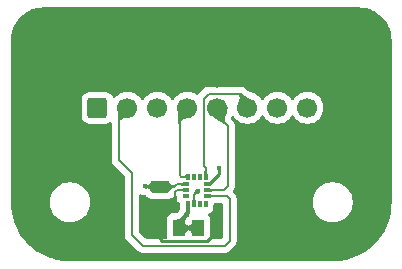
<source format=gbr>
%TF.GenerationSoftware,KiCad,Pcbnew,9.0.0*%
%TF.CreationDate,2025-03-07T07:21:17+07:00*%
%TF.ProjectId,IMU,494d552e-6b69-4636-9164-5f7063625858,rev?*%
%TF.SameCoordinates,Original*%
%TF.FileFunction,Copper,L1,Top*%
%TF.FilePolarity,Positive*%
%FSLAX46Y46*%
G04 Gerber Fmt 4.6, Leading zero omitted, Abs format (unit mm)*
G04 Created by KiCad (PCBNEW 9.0.0) date 2025-03-07 07:21:17*
%MOMM*%
%LPD*%
G01*
G04 APERTURE LIST*
G04 Aperture macros list*
%AMRoundRect*
0 Rectangle with rounded corners*
0 $1 Rounding radius*
0 $2 $3 $4 $5 $6 $7 $8 $9 X,Y pos of 4 corners*
0 Add a 4 corners polygon primitive as box body*
4,1,4,$2,$3,$4,$5,$6,$7,$8,$9,$2,$3,0*
0 Add four circle primitives for the rounded corners*
1,1,$1+$1,$2,$3*
1,1,$1+$1,$4,$5*
1,1,$1+$1,$6,$7*
1,1,$1+$1,$8,$9*
0 Add four rect primitives between the rounded corners*
20,1,$1+$1,$2,$3,$4,$5,0*
20,1,$1+$1,$4,$5,$6,$7,0*
20,1,$1+$1,$6,$7,$8,$9,0*
20,1,$1+$1,$8,$9,$2,$3,0*%
G04 Aperture macros list end*
%TA.AperFunction,SMDPad,CuDef*%
%ADD10R,1.020000X1.470000*%
%TD*%
%TA.AperFunction,ComponentPad*%
%ADD11RoundRect,0.250000X0.600000X-0.600000X0.600000X0.600000X-0.600000X0.600000X-0.600000X-0.600000X0*%
%TD*%
%TA.AperFunction,ComponentPad*%
%ADD12C,1.700000*%
%TD*%
%TA.AperFunction,SMDPad,CuDef*%
%ADD13R,0.300000X0.600000*%
%TD*%
%TA.AperFunction,SMDPad,CuDef*%
%ADD14R,0.600000X0.300000*%
%TD*%
%TA.AperFunction,SMDPad,CuDef*%
%ADD15R,1.470000X1.020000*%
%TD*%
%TA.AperFunction,ViaPad*%
%ADD16C,0.450000*%
%TD*%
%TA.AperFunction,Conductor*%
%ADD17C,0.200000*%
%TD*%
%TA.AperFunction,Conductor*%
%ADD18C,0.250000*%
%TD*%
G04 APERTURE END LIST*
D10*
%TO.P,C1,1,1*%
%TO.N,GND*%
X152110000Y-111225000D03*
%TO.P,C1,2,2*%
%TO.N,+3.3V*%
X150490000Y-111225000D03*
%TD*%
D11*
%TO.P,J2,1,Pin_1*%
%TO.N,+3.3V*%
X141990000Y-101065000D03*
D12*
%TO.P,J2,2,Pin_2*%
%TO.N,GND*%
X141990000Y-98525000D03*
%TO.P,J2,3,Pin_3*%
%TO.N,CS*%
X144530000Y-101065000D03*
%TO.P,J2,4,Pin_4*%
%TO.N,GND*%
X144530000Y-98525000D03*
%TO.P,J2,5,Pin_5*%
%TO.N,INT2*%
X147070000Y-101065000D03*
%TO.P,J2,6,Pin_6*%
%TO.N,GND*%
X147070000Y-98525000D03*
%TO.P,J2,7,Pin_7*%
%TO.N,INT1*%
X149610000Y-101065000D03*
%TO.P,J2,8,Pin_8*%
%TO.N,GND*%
X149610000Y-98525000D03*
%TO.P,J2,9,Pin_9*%
%TO.N,SCLK*%
X152150000Y-101065000D03*
%TO.P,J2,10,Pin_10*%
%TO.N,GND*%
X152150000Y-98525000D03*
%TO.P,J2,11,Pin_11*%
%TO.N,SDO*%
X154690000Y-101065000D03*
%TO.P,J2,12,Pin_12*%
%TO.N,GND*%
X154690000Y-98525000D03*
%TO.P,J2,13,Pin_13*%
%TO.N,SDI*%
X157230000Y-101065000D03*
%TO.P,J2,14,Pin_14*%
%TO.N,GND*%
X157230000Y-98525000D03*
%TO.P,J2,15,Pin_15*%
%TO.N,unconnected-(J2-Pin_15-Pad15)*%
X159770000Y-101065000D03*
%TO.P,J2,16,Pin_16*%
%TO.N,GND*%
X159770000Y-98525000D03*
%TD*%
D13*
%TO.P,IC1,1,AP_SDO_/_AP_AD0*%
%TO.N,SDO*%
X151150000Y-106900000D03*
%TO.P,IC1,2,RESV_1*%
%TO.N,unconnected-(IC1-RESV_1-Pad2)*%
X150650000Y-106900000D03*
%TO.P,IC1,3,RESV_2*%
%TO.N,unconnected-(IC1-RESV_2-Pad3)*%
X150150000Y-106900000D03*
%TO.P,IC1,4,INT1_/_INT*%
%TO.N,INT1*%
X149650000Y-106900000D03*
D14*
%TO.P,IC1,5,VDDIO*%
%TO.N,+3.3V*%
X149500000Y-107550000D03*
%TO.P,IC1,6,GND*%
%TO.N,GND*%
X149500000Y-108050000D03*
%TO.P,IC1,7,RESV_3*%
%TO.N,unconnected-(IC1-RESV_3-Pad7)*%
X149500000Y-108550000D03*
D13*
%TO.P,IC1,8,VDD*%
%TO.N,+3.3V*%
X149650000Y-109200000D03*
%TO.P,IC1,9,INT2_/_FSYNC_/_CLKIN*%
%TO.N,INT2*%
X150150000Y-109200000D03*
%TO.P,IC1,10,RESV_4*%
%TO.N,unconnected-(IC1-RESV_4-Pad10)*%
X150650000Y-109200000D03*
%TO.P,IC1,11,RESV_5*%
%TO.N,unconnected-(IC1-RESV_5-Pad11)*%
X151150000Y-109200000D03*
D14*
%TO.P,IC1,12,AP_CS*%
%TO.N,CS*%
X151300000Y-108550000D03*
%TO.P,IC1,13,AP_SCL_/_AP_SCLK*%
%TO.N,SCLK*%
X151300000Y-108050000D03*
%TO.P,IC1,14,AP_SDA_/_AP_SDIO_/_AP_SDI*%
%TO.N,SDI*%
X151300000Y-107550000D03*
%TD*%
D10*
%TO.P,C2,1,1*%
%TO.N,GND*%
X147290000Y-111225000D03*
%TO.P,C2,2,2*%
%TO.N,+3.3V*%
X148910000Y-111225000D03*
%TD*%
D15*
%TO.P,C3,1,1*%
%TO.N,+3.3V*%
X147300000Y-107740000D03*
%TO.P,C3,2,2*%
%TO.N,GND*%
X147300000Y-109360000D03*
%TD*%
D16*
%TO.N,SDI*%
X152300000Y-106200000D03*
%TO.N,GND*%
X145650000Y-109575000D03*
X143900000Y-110575000D03*
%TO.N,+3.3V*%
X145998492Y-107729122D03*
X149611974Y-110036974D03*
%TO.N,INT2*%
X150500000Y-108100000D03*
%TD*%
D17*
%TO.N,INT2*%
X150150000Y-108450000D02*
X150150000Y-109200000D01*
X150500000Y-108100000D02*
X150150000Y-108450000D01*
D18*
%TO.N,SDI*%
X152300000Y-106700000D02*
X152300000Y-106200000D01*
X151450000Y-107550000D02*
X152300000Y-106700000D01*
X151300000Y-107550000D02*
X151450000Y-107550000D01*
%TO.N,GND*%
X147475000Y-112325000D02*
X151285000Y-112325000D01*
X147290000Y-109450000D02*
X147290000Y-112140000D01*
D17*
X148589841Y-109068104D02*
X148297945Y-109360000D01*
X148589841Y-108216707D02*
X148589841Y-109068104D01*
X152110000Y-111550000D02*
X152110000Y-111320953D01*
X145900000Y-109360000D02*
X145865000Y-109360000D01*
X148756548Y-108050000D02*
X148589841Y-108216707D01*
X149500000Y-108050000D02*
X148756548Y-108050000D01*
D18*
X147200000Y-109360000D02*
X147290000Y-109450000D01*
D17*
X145900000Y-109360000D02*
X147300000Y-109360000D01*
X145865000Y-109360000D02*
X145650000Y-109575000D01*
D18*
X152110000Y-111500000D02*
X152110000Y-111225000D01*
X147290000Y-112140000D02*
X147475000Y-112325000D01*
D17*
X148297945Y-109360000D02*
X147300000Y-109360000D01*
D18*
X151285000Y-112325000D02*
X152110000Y-111500000D01*
%TO.N,+3.3V*%
X149650000Y-109998949D02*
X149650000Y-109200000D01*
X149611974Y-110036974D02*
X149650000Y-109998949D01*
D17*
X147300000Y-107740000D02*
X148500862Y-107740000D01*
X146009370Y-107740000D02*
X147300000Y-107740000D01*
X148690862Y-107550000D02*
X149500000Y-107550000D01*
X148500862Y-107740000D02*
X148690862Y-107550000D01*
D18*
X148910000Y-110738949D02*
X149611974Y-110036974D01*
X148910000Y-111225000D02*
X148910000Y-110738949D01*
X150490000Y-111225000D02*
X148910000Y-111225000D01*
D17*
X145998492Y-107729122D02*
X146009370Y-107740000D01*
%TO.N,SDO*%
X154690000Y-101065000D02*
X154690000Y-100440000D01*
X151150000Y-106150000D02*
X151150000Y-106900000D01*
X150999000Y-105999000D02*
X151150000Y-106150000D01*
X154150000Y-99900000D02*
X151400000Y-99900000D01*
X150999000Y-100301000D02*
X150999000Y-105999000D01*
X151400000Y-99900000D02*
X150999000Y-100301000D01*
X154690000Y-100440000D02*
X154150000Y-99900000D01*
%TO.N,INT1*%
X148940000Y-106765000D02*
X148940000Y-101065000D01*
X149650000Y-106900000D02*
X149075000Y-106900000D01*
X149075000Y-106900000D02*
X148940000Y-106765000D01*
%TO.N,CS*%
X143797039Y-105472039D02*
X143797039Y-104027961D01*
X143800000Y-104025000D02*
X143800000Y-101125000D01*
X145825000Y-112750000D02*
X144900000Y-111825000D01*
X153200000Y-108825000D02*
X153200000Y-112305000D01*
X153200000Y-112305000D02*
X152755000Y-112750000D01*
X152925000Y-108550000D02*
X153200000Y-108825000D01*
X152755000Y-112750000D02*
X145825000Y-112750000D01*
X143800000Y-101125000D02*
X143860000Y-101065000D01*
X144900000Y-106575000D02*
X143797039Y-105472039D01*
X144900000Y-111825000D02*
X144900000Y-106575000D01*
X143797039Y-104027961D02*
X143800000Y-104025000D01*
X151300000Y-108550000D02*
X152925000Y-108550000D01*
%TO.N,SCLK*%
X153011166Y-107713834D02*
X153011166Y-102596166D01*
X151300000Y-108050000D02*
X152675000Y-108050000D01*
X152675000Y-108050000D02*
X153011166Y-107713834D01*
X153011166Y-102596166D02*
X151480000Y-101065000D01*
%TD*%
%TA.AperFunction,Conductor*%
%TO.N,GND*%
G36*
X145671953Y-108379140D02*
G01*
X145786872Y-108426741D01*
X145786876Y-108426741D01*
X145786877Y-108426742D01*
X145927034Y-108454622D01*
X146030905Y-108454622D01*
X146097944Y-108474307D01*
X146130171Y-108504310D01*
X146207455Y-108607547D01*
X146322664Y-108693793D01*
X146322671Y-108693797D01*
X146457517Y-108744091D01*
X146457516Y-108744091D01*
X146464444Y-108744835D01*
X146517127Y-108750500D01*
X148082872Y-108750499D01*
X148142483Y-108744091D01*
X148277331Y-108693796D01*
X148392546Y-108607546D01*
X148476235Y-108495750D01*
X148532167Y-108453882D01*
X148601858Y-108448898D01*
X148663182Y-108482383D01*
X148696666Y-108543706D01*
X148699500Y-108570063D01*
X148699500Y-108747869D01*
X148699501Y-108747876D01*
X148705908Y-108807483D01*
X148756202Y-108942328D01*
X148756206Y-108942335D01*
X148825358Y-109034709D01*
X148842454Y-109057546D01*
X148949811Y-109137914D01*
X148991682Y-109193847D01*
X148999500Y-109237180D01*
X148999500Y-109547868D01*
X148999501Y-109547878D01*
X149000651Y-109558573D01*
X148998391Y-109573777D01*
X149000519Y-109586248D01*
X148992968Y-109610257D01*
X148991467Y-109620361D01*
X148989261Y-109625546D01*
X148980291Y-109642250D01*
X148958922Y-109687221D01*
X148958044Y-109689331D01*
X148941294Y-109735887D01*
X148938662Y-109744500D01*
X148936090Y-109750549D01*
X148934626Y-109752330D01*
X148930660Y-109761725D01*
X148905711Y-109807130D01*
X148894274Y-109829175D01*
X148861577Y-109868969D01*
X148801860Y-109916648D01*
X148792233Y-109923606D01*
X148735585Y-109960554D01*
X148723469Y-109967516D01*
X148705923Y-109976323D01*
X148650297Y-109989500D01*
X148352130Y-109989500D01*
X148352123Y-109989501D01*
X148292516Y-109995908D01*
X148157671Y-110046202D01*
X148157664Y-110046206D01*
X148042455Y-110132452D01*
X148042452Y-110132455D01*
X147956206Y-110247664D01*
X147956202Y-110247671D01*
X147905908Y-110382517D01*
X147899501Y-110442116D01*
X147899501Y-110442123D01*
X147899500Y-110442135D01*
X147899500Y-112007870D01*
X147899501Y-112007881D01*
X147899971Y-112012249D01*
X147887563Y-112081008D01*
X147839951Y-112132144D01*
X147776681Y-112149500D01*
X146125098Y-112149500D01*
X146058059Y-112129815D01*
X146037417Y-112113181D01*
X145536819Y-111612583D01*
X145503334Y-111551260D01*
X145500500Y-111524902D01*
X145500500Y-108493701D01*
X145520185Y-108426662D01*
X145572989Y-108380907D01*
X145642147Y-108370963D01*
X145671953Y-108379140D01*
G37*
%TD.AperFunction*%
%TA.AperFunction,Conductor*%
G36*
X152542539Y-109170185D02*
G01*
X152588294Y-109222989D01*
X152599500Y-109274500D01*
X152599500Y-112004903D01*
X152590855Y-112034343D01*
X152584332Y-112064330D01*
X152580577Y-112069345D01*
X152579815Y-112071942D01*
X152563181Y-112092584D01*
X152542584Y-112113181D01*
X152481261Y-112146666D01*
X152454903Y-112149500D01*
X151623319Y-112149500D01*
X151556280Y-112129815D01*
X151510525Y-112077011D01*
X151500030Y-112012244D01*
X151500499Y-112007880D01*
X151500500Y-112007873D01*
X151500499Y-110442128D01*
X151494091Y-110382517D01*
X151484293Y-110356248D01*
X151443797Y-110247671D01*
X151443795Y-110247668D01*
X151443792Y-110247664D01*
X151386743Y-110171456D01*
X151362326Y-110105993D01*
X151377177Y-110037720D01*
X151426582Y-109988314D01*
X151442678Y-109980964D01*
X151455122Y-109976323D01*
X151534368Y-109946766D01*
X151542326Y-109943798D01*
X151542326Y-109943797D01*
X151542331Y-109943796D01*
X151657546Y-109857546D01*
X151743796Y-109742331D01*
X151794091Y-109607483D01*
X151800500Y-109547873D01*
X151800499Y-109274498D01*
X151820183Y-109207461D01*
X151872987Y-109161706D01*
X151924499Y-109150500D01*
X152475500Y-109150500D01*
X152542539Y-109170185D01*
G37*
%TD.AperFunction*%
%TA.AperFunction,Conductor*%
G36*
X164153472Y-92575695D02*
G01*
X164424419Y-92590910D01*
X164432397Y-92591618D01*
X164494584Y-92599169D01*
X164500293Y-92600000D01*
X164735859Y-92640024D01*
X164744708Y-92641864D01*
X164799097Y-92655270D01*
X164803643Y-92656484D01*
X165040491Y-92724719D01*
X165050091Y-92727917D01*
X165088558Y-92742505D01*
X165089603Y-92742902D01*
X165093050Y-92744269D01*
X165333997Y-92844072D01*
X165344155Y-92848830D01*
X165356816Y-92855475D01*
X165359116Y-92856713D01*
X165462596Y-92913905D01*
X165606727Y-92993564D01*
X165618500Y-93000961D01*
X165858604Y-93171323D01*
X165869476Y-93179993D01*
X165971178Y-93270880D01*
X166088997Y-93376169D01*
X166098830Y-93386002D01*
X166295006Y-93605523D01*
X166303676Y-93616395D01*
X166474038Y-93856499D01*
X166481436Y-93868273D01*
X166595267Y-94074234D01*
X166618254Y-94115826D01*
X166618264Y-94115843D01*
X166619534Y-94118202D01*
X166626168Y-94130843D01*
X166630931Y-94141012D01*
X166730716Y-94381915D01*
X166732096Y-94385395D01*
X166747075Y-94424889D01*
X166750288Y-94434535D01*
X166818501Y-94671309D01*
X166819744Y-94675961D01*
X166833128Y-94730263D01*
X166834979Y-94739167D01*
X166874989Y-94974644D01*
X166875837Y-94980471D01*
X166883379Y-95042595D01*
X166884088Y-95050586D01*
X166899305Y-95321527D01*
X166899500Y-95328480D01*
X166899500Y-109072437D01*
X166899394Y-109077562D01*
X166884185Y-109445249D01*
X166883819Y-109450930D01*
X166883819Y-109450931D01*
X166876470Y-109534929D01*
X166875990Y-109539460D01*
X166835786Y-109861997D01*
X166834854Y-109868191D01*
X166821005Y-109946733D01*
X166820250Y-109950648D01*
X166752453Y-110273988D01*
X166750867Y-110280634D01*
X166732405Y-110349536D01*
X166731475Y-110352825D01*
X166634622Y-110678147D01*
X166632299Y-110685176D01*
X166612696Y-110739034D01*
X166611691Y-110741698D01*
X166483036Y-111071414D01*
X166479903Y-111078741D01*
X166479902Y-111078743D01*
X166465471Y-111109691D01*
X166464489Y-111111747D01*
X166299182Y-111449889D01*
X166294304Y-111458903D01*
X166088037Y-111805064D01*
X166082431Y-111813644D01*
X165848284Y-112141587D01*
X165841989Y-112149674D01*
X165581566Y-112457155D01*
X165574625Y-112464695D01*
X165289695Y-112749625D01*
X165282155Y-112756566D01*
X164974674Y-113016989D01*
X164966587Y-113023284D01*
X164638644Y-113257431D01*
X164630064Y-113263037D01*
X164283903Y-113469304D01*
X164274889Y-113474182D01*
X163936747Y-113639489D01*
X163934691Y-113640471D01*
X163903743Y-113654902D01*
X163896414Y-113658036D01*
X163566698Y-113786691D01*
X163564034Y-113787696D01*
X163510176Y-113807299D01*
X163503147Y-113809622D01*
X163177825Y-113906475D01*
X163174536Y-113907405D01*
X163105634Y-113925867D01*
X163098988Y-113927453D01*
X162775648Y-113995250D01*
X162771733Y-113996005D01*
X162693191Y-114009854D01*
X162686997Y-114010786D01*
X162364460Y-114050990D01*
X162359929Y-114051470D01*
X162275931Y-114058819D01*
X162270249Y-114059185D01*
X161902563Y-114074394D01*
X161897438Y-114074500D01*
X139652562Y-114074500D01*
X139647437Y-114074394D01*
X139279749Y-114059185D01*
X139274067Y-114058819D01*
X139190069Y-114051470D01*
X139185538Y-114050990D01*
X138863001Y-114010786D01*
X138856807Y-114009854D01*
X138778265Y-113996005D01*
X138774350Y-113995250D01*
X138451010Y-113927453D01*
X138444364Y-113925867D01*
X138375462Y-113907405D01*
X138372173Y-113906475D01*
X138046851Y-113809622D01*
X138039822Y-113807299D01*
X137985964Y-113787696D01*
X137983300Y-113786691D01*
X137653584Y-113658036D01*
X137646255Y-113654902D01*
X137615262Y-113640450D01*
X137613206Y-113639467D01*
X137275119Y-113474186D01*
X137266105Y-113469309D01*
X136919935Y-113263037D01*
X136911355Y-113257431D01*
X136583412Y-113023284D01*
X136575325Y-113016989D01*
X136267844Y-112756566D01*
X136260304Y-112749625D01*
X135975374Y-112464695D01*
X135968433Y-112457155D01*
X135745312Y-112193716D01*
X135708005Y-112149668D01*
X135701715Y-112141587D01*
X135681433Y-112113181D01*
X135467564Y-111813638D01*
X135461962Y-111805064D01*
X135255683Y-111458883D01*
X135250817Y-111449889D01*
X135085458Y-111111641D01*
X135084595Y-111109837D01*
X135070089Y-111078729D01*
X135066962Y-111071414D01*
X134940143Y-110746404D01*
X134938299Y-110741679D01*
X134937302Y-110739034D01*
X134917692Y-110685157D01*
X134915383Y-110678169D01*
X134818512Y-110352787D01*
X134817604Y-110349576D01*
X134799128Y-110280622D01*
X134797549Y-110274008D01*
X134729737Y-109950594D01*
X134728999Y-109946766D01*
X134715140Y-109868169D01*
X134714216Y-109862028D01*
X134674004Y-109539429D01*
X134673530Y-109534956D01*
X134666177Y-109450906D01*
X134665814Y-109445277D01*
X134650606Y-109077562D01*
X134650500Y-109072438D01*
X134650500Y-108963549D01*
X137949500Y-108963549D01*
X137949500Y-109186450D01*
X137949501Y-109186466D01*
X137978594Y-109407452D01*
X137978595Y-109407457D01*
X137978596Y-109407463D01*
X138035642Y-109620361D01*
X138036290Y-109622780D01*
X138036293Y-109622790D01*
X138121593Y-109828722D01*
X138121595Y-109828726D01*
X138233052Y-110021774D01*
X138233057Y-110021780D01*
X138233058Y-110021782D01*
X138368751Y-110198622D01*
X138368757Y-110198629D01*
X138526370Y-110356242D01*
X138526377Y-110356248D01*
X138560612Y-110382517D01*
X138703226Y-110491948D01*
X138896274Y-110603405D01*
X139026140Y-110657197D01*
X139076717Y-110678147D01*
X139102219Y-110688710D01*
X139317537Y-110746404D01*
X139538543Y-110775500D01*
X139538550Y-110775500D01*
X139761450Y-110775500D01*
X139761457Y-110775500D01*
X139982463Y-110746404D01*
X140197781Y-110688710D01*
X140403726Y-110603405D01*
X140596774Y-110491948D01*
X140773624Y-110356247D01*
X140931247Y-110198624D01*
X141066948Y-110021774D01*
X141178405Y-109828726D01*
X141263710Y-109622781D01*
X141321404Y-109407463D01*
X141350500Y-109186457D01*
X141350500Y-108963543D01*
X141321404Y-108742537D01*
X141263710Y-108527219D01*
X141249826Y-108493701D01*
X141178406Y-108321277D01*
X141178405Y-108321274D01*
X141066948Y-108128226D01*
X140931247Y-107951376D01*
X140931242Y-107951370D01*
X140773629Y-107793757D01*
X140773622Y-107793751D01*
X140596782Y-107658058D01*
X140596780Y-107658057D01*
X140596774Y-107658052D01*
X140403726Y-107546595D01*
X140403722Y-107546593D01*
X140197790Y-107461293D01*
X140197783Y-107461291D01*
X140197781Y-107461290D01*
X139982463Y-107403596D01*
X139982457Y-107403595D01*
X139982452Y-107403594D01*
X139761466Y-107374501D01*
X139761463Y-107374500D01*
X139761457Y-107374500D01*
X139538543Y-107374500D01*
X139538537Y-107374500D01*
X139538533Y-107374501D01*
X139317547Y-107403594D01*
X139317540Y-107403595D01*
X139317537Y-107403596D01*
X139102219Y-107461290D01*
X139102209Y-107461293D01*
X138896277Y-107546593D01*
X138896273Y-107546595D01*
X138703226Y-107658052D01*
X138703217Y-107658058D01*
X138526377Y-107793751D01*
X138526370Y-107793757D01*
X138368757Y-107951370D01*
X138368751Y-107951377D01*
X138233058Y-108128217D01*
X138233052Y-108128226D01*
X138121595Y-108321273D01*
X138121593Y-108321277D01*
X138036293Y-108527209D01*
X138036290Y-108527219D01*
X137978597Y-108742534D01*
X137978594Y-108742547D01*
X137949501Y-108963533D01*
X137949500Y-108963549D01*
X134650500Y-108963549D01*
X134650500Y-100414983D01*
X140639500Y-100414983D01*
X140639500Y-101715001D01*
X140639501Y-101715018D01*
X140650000Y-101817796D01*
X140650001Y-101817799D01*
X140705185Y-101984331D01*
X140705187Y-101984336D01*
X140710765Y-101993379D01*
X140797288Y-102133656D01*
X140921344Y-102257712D01*
X141070666Y-102349814D01*
X141237203Y-102404999D01*
X141339991Y-102415500D01*
X142640008Y-102415499D01*
X142648261Y-102414656D01*
X142676356Y-102411786D01*
X142742797Y-102404999D01*
X142909334Y-102349814D01*
X143010268Y-102287557D01*
X143042567Y-102278719D01*
X143074675Y-102269098D01*
X143076163Y-102269526D01*
X143077659Y-102269117D01*
X143109642Y-102279154D01*
X143141823Y-102288410D01*
X143142843Y-102289574D01*
X143144323Y-102290039D01*
X143165789Y-102315760D01*
X143187871Y-102340959D01*
X143188459Y-102342923D01*
X143189092Y-102343681D01*
X143198002Y-102374768D01*
X143198138Y-102375678D01*
X143199500Y-102394006D01*
X143199500Y-103921523D01*
X143196967Y-103940759D01*
X143197599Y-103940843D01*
X143196538Y-103948904D01*
X143196538Y-104117007D01*
X143196539Y-104117020D01*
X143196539Y-105385369D01*
X143196538Y-105385387D01*
X143196538Y-105551093D01*
X143196537Y-105551093D01*
X143237463Y-105703828D01*
X143237464Y-105703829D01*
X143256916Y-105737520D01*
X143256917Y-105737521D01*
X143316516Y-105840751D01*
X143316520Y-105840756D01*
X143435388Y-105959624D01*
X143435394Y-105959629D01*
X144263181Y-106787416D01*
X144296666Y-106848739D01*
X144299500Y-106875097D01*
X144299500Y-111738330D01*
X144299499Y-111738348D01*
X144299499Y-111904054D01*
X144299498Y-111904054D01*
X144299499Y-111904057D01*
X144328489Y-112012249D01*
X144340423Y-112056784D01*
X144340424Y-112056787D01*
X144346601Y-112067485D01*
X144346602Y-112067487D01*
X144419477Y-112193712D01*
X144419481Y-112193717D01*
X144538349Y-112312585D01*
X144538354Y-112312589D01*
X145456284Y-113230520D01*
X145456286Y-113230521D01*
X145456290Y-113230524D01*
X145593209Y-113309573D01*
X145593216Y-113309577D01*
X145745943Y-113350501D01*
X145745945Y-113350501D01*
X145911654Y-113350501D01*
X145911670Y-113350500D01*
X152668331Y-113350500D01*
X152668347Y-113350501D01*
X152675943Y-113350501D01*
X152834054Y-113350501D01*
X152834057Y-113350501D01*
X152986785Y-113309577D01*
X153036904Y-113280639D01*
X153123716Y-113230520D01*
X153235520Y-113118716D01*
X153235520Y-113118714D01*
X153245728Y-113108507D01*
X153245730Y-113108504D01*
X153568713Y-112785521D01*
X153568716Y-112785520D01*
X153680520Y-112673716D01*
X153730639Y-112586904D01*
X153759577Y-112536785D01*
X153800501Y-112384057D01*
X153800501Y-112225943D01*
X153800501Y-112218348D01*
X153800500Y-112218330D01*
X153800500Y-108963549D01*
X160199500Y-108963549D01*
X160199500Y-109186450D01*
X160199501Y-109186466D01*
X160228594Y-109407452D01*
X160228595Y-109407457D01*
X160228596Y-109407463D01*
X160285642Y-109620361D01*
X160286290Y-109622780D01*
X160286293Y-109622790D01*
X160371593Y-109828722D01*
X160371595Y-109828726D01*
X160483052Y-110021774D01*
X160483057Y-110021780D01*
X160483058Y-110021782D01*
X160618751Y-110198622D01*
X160618757Y-110198629D01*
X160776370Y-110356242D01*
X160776377Y-110356248D01*
X160810612Y-110382517D01*
X160953226Y-110491948D01*
X161146274Y-110603405D01*
X161276140Y-110657197D01*
X161326717Y-110678147D01*
X161352219Y-110688710D01*
X161567537Y-110746404D01*
X161788543Y-110775500D01*
X161788550Y-110775500D01*
X162011450Y-110775500D01*
X162011457Y-110775500D01*
X162232463Y-110746404D01*
X162447781Y-110688710D01*
X162653726Y-110603405D01*
X162846774Y-110491948D01*
X163023624Y-110356247D01*
X163181247Y-110198624D01*
X163316948Y-110021774D01*
X163428405Y-109828726D01*
X163513710Y-109622781D01*
X163571404Y-109407463D01*
X163600500Y-109186457D01*
X163600500Y-108963543D01*
X163571404Y-108742537D01*
X163513710Y-108527219D01*
X163499826Y-108493701D01*
X163428406Y-108321277D01*
X163428405Y-108321274D01*
X163316948Y-108128226D01*
X163181247Y-107951376D01*
X163181242Y-107951370D01*
X163023629Y-107793757D01*
X163023622Y-107793751D01*
X162846782Y-107658058D01*
X162846780Y-107658057D01*
X162846774Y-107658052D01*
X162653726Y-107546595D01*
X162653722Y-107546593D01*
X162447790Y-107461293D01*
X162447783Y-107461291D01*
X162447781Y-107461290D01*
X162232463Y-107403596D01*
X162232457Y-107403595D01*
X162232452Y-107403594D01*
X162011466Y-107374501D01*
X162011463Y-107374500D01*
X162011457Y-107374500D01*
X161788543Y-107374500D01*
X161788537Y-107374500D01*
X161788533Y-107374501D01*
X161567547Y-107403594D01*
X161567540Y-107403595D01*
X161567537Y-107403596D01*
X161352219Y-107461290D01*
X161352209Y-107461293D01*
X161146277Y-107546593D01*
X161146273Y-107546595D01*
X160953226Y-107658052D01*
X160953217Y-107658058D01*
X160776377Y-107793751D01*
X160776370Y-107793757D01*
X160618757Y-107951370D01*
X160618751Y-107951377D01*
X160483058Y-108128217D01*
X160483052Y-108128226D01*
X160371595Y-108321273D01*
X160371593Y-108321277D01*
X160286293Y-108527209D01*
X160286290Y-108527219D01*
X160228597Y-108742534D01*
X160228594Y-108742547D01*
X160199501Y-108963533D01*
X160199500Y-108963549D01*
X153800500Y-108963549D01*
X153800500Y-108914060D01*
X153800501Y-108914047D01*
X153800501Y-108745944D01*
X153800501Y-108745943D01*
X153759577Y-108593216D01*
X153708248Y-108504310D01*
X153680524Y-108456290D01*
X153680518Y-108456282D01*
X153595199Y-108370963D01*
X153486915Y-108262680D01*
X153453431Y-108201358D01*
X153458415Y-108131667D01*
X153486920Y-108087315D01*
X153491686Y-108082550D01*
X153570743Y-107945618D01*
X153611667Y-107792891D01*
X153611667Y-107634776D01*
X153611667Y-107627181D01*
X153611666Y-107627163D01*
X153611666Y-102685226D01*
X153611667Y-102685213D01*
X153611667Y-102517110D01*
X153611667Y-102517109D01*
X153570743Y-102364382D01*
X153557152Y-102340841D01*
X153491690Y-102227456D01*
X153491684Y-102227448D01*
X153374420Y-102110184D01*
X153365908Y-102100752D01*
X153362556Y-102096632D01*
X153351151Y-102079862D01*
X153330683Y-102057450D01*
X153328447Y-102054700D01*
X153316247Y-102025625D01*
X153302404Y-101997293D01*
X153302716Y-101993379D01*
X153301413Y-101990272D01*
X153304262Y-101974048D01*
X153307270Y-101936449D01*
X153321991Y-101893256D01*
X153324507Y-101886518D01*
X153340457Y-101847353D01*
X153341425Y-101844959D01*
X153341488Y-101844802D01*
X153343242Y-101840370D01*
X153344901Y-101836117D01*
X153387609Y-101780821D01*
X153453433Y-101757392D01*
X153521475Y-101773269D01*
X153560736Y-101808310D01*
X153659890Y-101944786D01*
X153810213Y-102095109D01*
X153982179Y-102220048D01*
X153982181Y-102220049D01*
X153982184Y-102220051D01*
X154171588Y-102316557D01*
X154373757Y-102382246D01*
X154583713Y-102415500D01*
X154583714Y-102415500D01*
X154796286Y-102415500D01*
X154796287Y-102415500D01*
X155006243Y-102382246D01*
X155208412Y-102316557D01*
X155397816Y-102220051D01*
X155419789Y-102204086D01*
X155569786Y-102095109D01*
X155569788Y-102095106D01*
X155569792Y-102095104D01*
X155720104Y-101944792D01*
X155720106Y-101944788D01*
X155720109Y-101944786D01*
X155845048Y-101772820D01*
X155845047Y-101772820D01*
X155845051Y-101772816D01*
X155849514Y-101764054D01*
X155897488Y-101713259D01*
X155965308Y-101696463D01*
X156031444Y-101718999D01*
X156070486Y-101764056D01*
X156074951Y-101772820D01*
X156199890Y-101944786D01*
X156350213Y-102095109D01*
X156522179Y-102220048D01*
X156522181Y-102220049D01*
X156522184Y-102220051D01*
X156711588Y-102316557D01*
X156913757Y-102382246D01*
X157123713Y-102415500D01*
X157123714Y-102415500D01*
X157336286Y-102415500D01*
X157336287Y-102415500D01*
X157546243Y-102382246D01*
X157748412Y-102316557D01*
X157937816Y-102220051D01*
X157959789Y-102204086D01*
X158109786Y-102095109D01*
X158109788Y-102095106D01*
X158109792Y-102095104D01*
X158260104Y-101944792D01*
X158260106Y-101944788D01*
X158260109Y-101944786D01*
X158385048Y-101772820D01*
X158385047Y-101772820D01*
X158385051Y-101772816D01*
X158389514Y-101764054D01*
X158437488Y-101713259D01*
X158505308Y-101696463D01*
X158571444Y-101718999D01*
X158610486Y-101764056D01*
X158614951Y-101772820D01*
X158739890Y-101944786D01*
X158890213Y-102095109D01*
X159062179Y-102220048D01*
X159062181Y-102220049D01*
X159062184Y-102220051D01*
X159251588Y-102316557D01*
X159453757Y-102382246D01*
X159663713Y-102415500D01*
X159663714Y-102415500D01*
X159876286Y-102415500D01*
X159876287Y-102415500D01*
X160086243Y-102382246D01*
X160288412Y-102316557D01*
X160477816Y-102220051D01*
X160499789Y-102204086D01*
X160649786Y-102095109D01*
X160649788Y-102095106D01*
X160649792Y-102095104D01*
X160800104Y-101944792D01*
X160800106Y-101944788D01*
X160800109Y-101944786D01*
X160925048Y-101772820D01*
X160925047Y-101772820D01*
X160925051Y-101772816D01*
X161021557Y-101583412D01*
X161087246Y-101381243D01*
X161120500Y-101171287D01*
X161120500Y-100958713D01*
X161087246Y-100748757D01*
X161021557Y-100546588D01*
X160925051Y-100357184D01*
X160925049Y-100357181D01*
X160925048Y-100357179D01*
X160800109Y-100185213D01*
X160649786Y-100034890D01*
X160477820Y-99909951D01*
X160288414Y-99813444D01*
X160288413Y-99813443D01*
X160288412Y-99813443D01*
X160086243Y-99747754D01*
X160086241Y-99747753D01*
X160086240Y-99747753D01*
X159924957Y-99722208D01*
X159876287Y-99714500D01*
X159663713Y-99714500D01*
X159615042Y-99722208D01*
X159453760Y-99747753D01*
X159251585Y-99813444D01*
X159062179Y-99909951D01*
X158890213Y-100034890D01*
X158739890Y-100185213D01*
X158614949Y-100357182D01*
X158610484Y-100365946D01*
X158562509Y-100416742D01*
X158494688Y-100433536D01*
X158428553Y-100410998D01*
X158389516Y-100365946D01*
X158385050Y-100357182D01*
X158260109Y-100185213D01*
X158109786Y-100034890D01*
X157937820Y-99909951D01*
X157748414Y-99813444D01*
X157748413Y-99813443D01*
X157748412Y-99813443D01*
X157546243Y-99747754D01*
X157546241Y-99747753D01*
X157546240Y-99747753D01*
X157384957Y-99722208D01*
X157336287Y-99714500D01*
X157123713Y-99714500D01*
X157075042Y-99722208D01*
X156913760Y-99747753D01*
X156711585Y-99813444D01*
X156522179Y-99909951D01*
X156350213Y-100034890D01*
X156199890Y-100185213D01*
X156074949Y-100357182D01*
X156070484Y-100365946D01*
X156022509Y-100416742D01*
X155954688Y-100433536D01*
X155888553Y-100410998D01*
X155849516Y-100365946D01*
X155845050Y-100357182D01*
X155720109Y-100185213D01*
X155569786Y-100034890D01*
X155397820Y-99909951D01*
X155208414Y-99813444D01*
X155208413Y-99813443D01*
X155208412Y-99813443D01*
X155006243Y-99747754D01*
X155006237Y-99747753D01*
X154992682Y-99745606D01*
X154980903Y-99743148D01*
X154973326Y-99741179D01*
X154963796Y-99737371D01*
X154889235Y-99719331D01*
X154888145Y-99719048D01*
X154887892Y-99718896D01*
X154879547Y-99716479D01*
X154852934Y-99707465D01*
X154836895Y-99700744D01*
X154780212Y-99672164D01*
X154748360Y-99649125D01*
X154637590Y-99538355D01*
X154637588Y-99538352D01*
X154518717Y-99419481D01*
X154518716Y-99419480D01*
X154431904Y-99369360D01*
X154431904Y-99369359D01*
X154431900Y-99369358D01*
X154381785Y-99340423D01*
X154229057Y-99299499D01*
X154070943Y-99299499D01*
X154063347Y-99299499D01*
X154063331Y-99299500D01*
X153873844Y-99299500D01*
X153863928Y-99299103D01*
X153854842Y-99298374D01*
X153839364Y-99297132D01*
X153839354Y-99297131D01*
X153839349Y-99297131D01*
X153818884Y-99295905D01*
X153817957Y-99295868D01*
X153742365Y-99298428D01*
X153727280Y-99299500D01*
X151486670Y-99299500D01*
X151486654Y-99299499D01*
X151479058Y-99299499D01*
X151320943Y-99299499D01*
X151244579Y-99319961D01*
X151168214Y-99340423D01*
X151168209Y-99340426D01*
X151031290Y-99419475D01*
X151031282Y-99419481D01*
X150521862Y-99928901D01*
X150460539Y-99962386D01*
X150390847Y-99957402D01*
X150361297Y-99941539D01*
X150317816Y-99909949D01*
X150317814Y-99909948D01*
X150128414Y-99813444D01*
X150128413Y-99813443D01*
X150128412Y-99813443D01*
X149926243Y-99747754D01*
X149926241Y-99747753D01*
X149926240Y-99747753D01*
X149764957Y-99722208D01*
X149716287Y-99714500D01*
X149503713Y-99714500D01*
X149455042Y-99722208D01*
X149293760Y-99747753D01*
X149091585Y-99813444D01*
X148902179Y-99909951D01*
X148730213Y-100034890D01*
X148579890Y-100185213D01*
X148454949Y-100357182D01*
X148450484Y-100365946D01*
X148402509Y-100416742D01*
X148334688Y-100433536D01*
X148268553Y-100410998D01*
X148229516Y-100365946D01*
X148225050Y-100357182D01*
X148100109Y-100185213D01*
X147949786Y-100034890D01*
X147777820Y-99909951D01*
X147588414Y-99813444D01*
X147588413Y-99813443D01*
X147588412Y-99813443D01*
X147386243Y-99747754D01*
X147386241Y-99747753D01*
X147386240Y-99747753D01*
X147224957Y-99722208D01*
X147176287Y-99714500D01*
X146963713Y-99714500D01*
X146915042Y-99722208D01*
X146753760Y-99747753D01*
X146551585Y-99813444D01*
X146362179Y-99909951D01*
X146190213Y-100034890D01*
X146039890Y-100185213D01*
X145914949Y-100357182D01*
X145910484Y-100365946D01*
X145862509Y-100416742D01*
X145794688Y-100433536D01*
X145728553Y-100410998D01*
X145689516Y-100365946D01*
X145685050Y-100357182D01*
X145560109Y-100185213D01*
X145409786Y-100034890D01*
X145237820Y-99909951D01*
X145048414Y-99813444D01*
X145048413Y-99813443D01*
X145048412Y-99813443D01*
X144846243Y-99747754D01*
X144846241Y-99747753D01*
X144846240Y-99747753D01*
X144684957Y-99722208D01*
X144636287Y-99714500D01*
X144423713Y-99714500D01*
X144375042Y-99722208D01*
X144213760Y-99747753D01*
X144011585Y-99813444D01*
X143822179Y-99909951D01*
X143650213Y-100034890D01*
X143499894Y-100185209D01*
X143499885Y-100185219D01*
X143496330Y-100190113D01*
X143440997Y-100232775D01*
X143371383Y-100238748D01*
X143309591Y-100206137D01*
X143278312Y-100156223D01*
X143274815Y-100145670D01*
X143274814Y-100145666D01*
X143182712Y-99996344D01*
X143058656Y-99872288D01*
X142909334Y-99780186D01*
X142742797Y-99725001D01*
X142742795Y-99725000D01*
X142640010Y-99714500D01*
X141339998Y-99714500D01*
X141339981Y-99714501D01*
X141237203Y-99725000D01*
X141237200Y-99725001D01*
X141070668Y-99780185D01*
X141070663Y-99780187D01*
X140921342Y-99872289D01*
X140797289Y-99996342D01*
X140705187Y-100145663D01*
X140705185Y-100145668D01*
X140692083Y-100185208D01*
X140650001Y-100312203D01*
X140650001Y-100312204D01*
X140650000Y-100312204D01*
X140639500Y-100414983D01*
X134650500Y-100414983D01*
X134650500Y-95328479D01*
X134650695Y-95321527D01*
X134665910Y-95050588D01*
X134665911Y-95050586D01*
X134665911Y-95050575D01*
X134666619Y-95042596D01*
X134674170Y-94980403D01*
X134674998Y-94974719D01*
X134715026Y-94739129D01*
X134716861Y-94730302D01*
X134730276Y-94675877D01*
X134731477Y-94671382D01*
X134799723Y-94434493D01*
X134802911Y-94424923D01*
X134817918Y-94385352D01*
X134819250Y-94381995D01*
X134919079Y-94140985D01*
X134923822Y-94130858D01*
X134930514Y-94118108D01*
X134931684Y-94115936D01*
X135068564Y-93868270D01*
X135075959Y-93856502D01*
X135075961Y-93856499D01*
X135246330Y-93616385D01*
X135254985Y-93605531D01*
X135451179Y-93385991D01*
X135460991Y-93376179D01*
X135680531Y-93179985D01*
X135691385Y-93171330D01*
X135931506Y-93000956D01*
X135943270Y-92993564D01*
X136190936Y-92856684D01*
X136193108Y-92855514D01*
X136205858Y-92848822D01*
X136215985Y-92844079D01*
X136456995Y-92744250D01*
X136460352Y-92742918D01*
X136499923Y-92727911D01*
X136509493Y-92724723D01*
X136746382Y-92656477D01*
X136750877Y-92655276D01*
X136805302Y-92641861D01*
X136814129Y-92640026D01*
X137049719Y-92599998D01*
X137055403Y-92599170D01*
X137117607Y-92591617D01*
X137125575Y-92590911D01*
X137396528Y-92575695D01*
X137403480Y-92575500D01*
X164146520Y-92575500D01*
X164153472Y-92575695D01*
G37*
%TD.AperFunction*%
%TD*%
%TA.AperFunction,Conductor*%
%TO.N,INT2*%
G36*
X150245829Y-108753427D02*
G01*
X150249256Y-108761700D01*
X150249234Y-108762420D01*
X150248394Y-108776039D01*
X150246692Y-108837788D01*
X150260977Y-108882689D01*
X150276658Y-108895336D01*
X150284995Y-108897002D01*
X150292437Y-108901983D01*
X150294176Y-108910767D01*
X150293175Y-108913693D01*
X150160472Y-109179986D01*
X150153715Y-109185863D01*
X150144782Y-109185240D01*
X150139528Y-109179986D01*
X150005862Y-108911763D01*
X150005239Y-108902830D01*
X150011116Y-108896073D01*
X150012348Y-108895545D01*
X150034783Y-108887453D01*
X150050569Y-108856213D01*
X150051606Y-108776048D01*
X150050766Y-108762419D01*
X150053678Y-108753951D01*
X150061725Y-108750022D01*
X150062444Y-108750000D01*
X150237556Y-108750000D01*
X150245829Y-108753427D01*
G37*
%TD.AperFunction*%
%TD*%
%TA.AperFunction,Conductor*%
%TO.N,INT2*%
G36*
X150322699Y-107981547D02*
G01*
X150323753Y-107982168D01*
X150498722Y-108097979D01*
X150502020Y-108101277D01*
X150618004Y-108276507D01*
X150619713Y-108285296D01*
X150614706Y-108292720D01*
X150613902Y-108293207D01*
X150527029Y-108341155D01*
X150525264Y-108341947D01*
X150449727Y-108368565D01*
X150364276Y-108401374D01*
X150314217Y-108433768D01*
X150314206Y-108433777D01*
X150263814Y-108478528D01*
X150255352Y-108481459D01*
X150247772Y-108478053D01*
X150121960Y-108352241D01*
X150118533Y-108343968D01*
X150121498Y-108336185D01*
X150164993Y-108287394D01*
X150197108Y-108238554D01*
X150231430Y-108150281D01*
X150248018Y-108099948D01*
X150248752Y-108098211D01*
X150306918Y-107986520D01*
X150313779Y-107980765D01*
X150322699Y-107981547D01*
G37*
%TD.AperFunction*%
%TD*%
%TA.AperFunction,Conductor*%
%TO.N,SDI*%
G36*
X151625917Y-107213786D02*
G01*
X151784099Y-107371968D01*
X151787526Y-107380241D01*
X151784099Y-107388514D01*
X151782070Y-107390136D01*
X151719735Y-107429471D01*
X151719133Y-107429826D01*
X151677860Y-107452543D01*
X151617604Y-107497854D01*
X151617603Y-107497856D01*
X151602924Y-107531557D01*
X151596478Y-107537774D01*
X151592680Y-107538575D01*
X151308541Y-107550324D01*
X151300134Y-107547242D01*
X151296793Y-107541793D01*
X151284471Y-107497855D01*
X151261337Y-107415358D01*
X151262402Y-107406468D01*
X151269443Y-107400935D01*
X151272602Y-107400500D01*
X151319747Y-107400500D01*
X151319748Y-107400500D01*
X151378231Y-107388867D01*
X151438722Y-107348447D01*
X151440031Y-107347692D01*
X151469353Y-107333303D01*
X151548696Y-107272055D01*
X151609540Y-107213620D01*
X151617880Y-107210361D01*
X151625917Y-107213786D01*
G37*
%TD.AperFunction*%
%TD*%
%TA.AperFunction,Conductor*%
%TO.N,GND*%
G36*
X145900000Y-109460000D02*
G01*
X145872436Y-109465335D01*
X145860767Y-109480183D01*
X145865103Y-109531479D01*
X145869238Y-109552669D01*
X145870677Y-109618895D01*
X145649000Y-109575000D01*
X145606105Y-109354323D01*
X145686488Y-109330263D01*
X145740192Y-109302571D01*
X145791547Y-109276711D01*
X145836969Y-109264589D01*
X145900000Y-109260000D01*
X145900000Y-109460000D01*
G37*
%TD.AperFunction*%
%TD*%
%TA.AperFunction,Conductor*%
%TO.N,+3.3V*%
G36*
X149655218Y-109214759D02*
G01*
X149660472Y-109220013D01*
X149794083Y-109488126D01*
X149794706Y-109497059D01*
X149788829Y-109503816D01*
X149787479Y-109504386D01*
X149769873Y-109510553D01*
X149769871Y-109510555D01*
X149759141Y-109537337D01*
X149759141Y-109537338D01*
X149762002Y-109560103D01*
X149768311Y-109610307D01*
X149772701Y-109636356D01*
X149770697Y-109645083D01*
X149763108Y-109649837D01*
X149761164Y-109650000D01*
X149538836Y-109650000D01*
X149530563Y-109646573D01*
X149527136Y-109638300D01*
X149527299Y-109636356D01*
X149531669Y-109610427D01*
X149531689Y-109610307D01*
X149540685Y-109560104D01*
X149535116Y-109517299D01*
X149522186Y-109504662D01*
X149522185Y-109504661D01*
X149522186Y-109504661D01*
X149514820Y-109503114D01*
X149507428Y-109498059D01*
X149505776Y-109489258D01*
X149506754Y-109486446D01*
X149639528Y-109220013D01*
X149646285Y-109214136D01*
X149655218Y-109214759D01*
G37*
%TD.AperFunction*%
%TD*%
%TA.AperFunction,Conductor*%
%TO.N,+3.3V*%
G36*
X149772093Y-109594724D02*
G01*
X149775508Y-109602465D01*
X149782257Y-109750866D01*
X149804682Y-109865197D01*
X149830114Y-109981480D01*
X149828534Y-109990295D01*
X149821184Y-109995410D01*
X149821017Y-109995445D01*
X149614307Y-110037499D01*
X149609642Y-110037499D01*
X149403915Y-109995646D01*
X149396491Y-109990639D01*
X149394782Y-109981849D01*
X149395052Y-109980781D01*
X149424751Y-109883534D01*
X149425629Y-109881424D01*
X149464581Y-109808896D01*
X149507781Y-109721082D01*
X149520348Y-109665295D01*
X149524311Y-109602263D01*
X149528250Y-109594221D01*
X149535988Y-109591297D01*
X149763820Y-109591297D01*
X149772093Y-109594724D01*
G37*
%TD.AperFunction*%
%TD*%
%TA.AperFunction,Conductor*%
%TO.N,+3.3V*%
G36*
X148034745Y-107244419D02*
G01*
X148036781Y-107249978D01*
X148040984Y-107293962D01*
X148040984Y-107293963D01*
X148057425Y-107352282D01*
X148086461Y-107411952D01*
X148087239Y-107413550D01*
X148126599Y-107468386D01*
X148126602Y-107468389D01*
X148179924Y-107522231D01*
X148179925Y-107522232D01*
X148239340Y-107566623D01*
X148239344Y-107566626D01*
X148305704Y-107597515D01*
X148364476Y-107624873D01*
X148457457Y-107637547D01*
X148464149Y-107640867D01*
X148586551Y-107763269D01*
X148589978Y-107771542D01*
X148586551Y-107779815D01*
X148580111Y-107783097D01*
X148532302Y-107790682D01*
X148532286Y-107790686D01*
X148363841Y-107852569D01*
X148363837Y-107852572D01*
X148214889Y-107943644D01*
X148214884Y-107943647D01*
X148111623Y-108041752D01*
X148053658Y-108137890D01*
X148038410Y-108214658D01*
X148033437Y-108222104D01*
X148024654Y-108223854D01*
X148020438Y-108222109D01*
X147313586Y-107750248D01*
X147308608Y-107742805D01*
X147310351Y-107734021D01*
X147313405Y-107730910D01*
X148018462Y-107241479D01*
X148027212Y-107239577D01*
X148034745Y-107244419D01*
G37*
%TD.AperFunction*%
%TD*%
%TA.AperFunction,Conductor*%
%TO.N,+3.3V*%
G36*
X146579868Y-107240303D02*
G01*
X147287121Y-107730383D01*
X147291969Y-107737912D01*
X147290074Y-107746664D01*
X147287121Y-107749617D01*
X146581342Y-108238675D01*
X146572590Y-108240570D01*
X146565061Y-108235722D01*
X146563048Y-108230336D01*
X146558782Y-108191498D01*
X146541906Y-108138608D01*
X146510071Y-108080904D01*
X146510067Y-108080899D01*
X146467614Y-108028771D01*
X146467612Y-108028769D01*
X146405491Y-107973561D01*
X146405489Y-107973559D01*
X146335426Y-107927269D01*
X146335424Y-107927268D01*
X146255121Y-107887588D01*
X146255111Y-107887583D01*
X146255109Y-107887582D01*
X146219062Y-107874846D01*
X146175652Y-107859509D01*
X146064832Y-107841589D01*
X146057212Y-107836885D01*
X146055000Y-107830039D01*
X146055000Y-107650733D01*
X146058427Y-107642460D01*
X146065692Y-107639076D01*
X146110032Y-107635248D01*
X146260622Y-107590073D01*
X146395164Y-107514124D01*
X146490761Y-107424967D01*
X146546413Y-107330206D01*
X146561701Y-107247784D01*
X146566578Y-107240277D01*
X146575338Y-107238416D01*
X146579868Y-107240303D01*
G37*
%TD.AperFunction*%
%TD*%
%TA.AperFunction,Conductor*%
%TO.N,+3.3V*%
G36*
X146054671Y-107512162D02*
G01*
X146151626Y-107541505D01*
X146153683Y-107542349D01*
X146208552Y-107571285D01*
X146226197Y-107580591D01*
X146305884Y-107619175D01*
X146313359Y-107622795D01*
X146313362Y-107622795D01*
X146313366Y-107622797D01*
X146350480Y-107631091D01*
X146369528Y-107635349D01*
X146433196Y-107639316D01*
X146441241Y-107643250D01*
X146444169Y-107650993D01*
X146444169Y-107829499D01*
X146440742Y-107837772D01*
X146433729Y-107841131D01*
X146309395Y-107854601D01*
X146281388Y-107865619D01*
X146221074Y-107889350D01*
X146221066Y-107889353D01*
X146221065Y-107889354D01*
X146183578Y-107906554D01*
X146182118Y-107907109D01*
X146054703Y-107946036D01*
X146045789Y-107945176D01*
X146040095Y-107938266D01*
X146039821Y-107937190D01*
X145997966Y-107731451D01*
X145997966Y-107726790D01*
X146039826Y-107521029D01*
X146044833Y-107513607D01*
X146053623Y-107511898D01*
X146054671Y-107512162D01*
G37*
%TD.AperFunction*%
%TD*%
%TA.AperFunction,Conductor*%
%TO.N,+3.3V*%
G36*
X149213688Y-107406821D02*
G01*
X149479987Y-107539528D01*
X149485863Y-107546284D01*
X149485240Y-107555217D01*
X149479986Y-107560471D01*
X149211764Y-107694137D01*
X149202831Y-107694760D01*
X149196074Y-107688883D01*
X149195540Y-107687635D01*
X149187453Y-107665218D01*
X149187453Y-107665217D01*
X149156213Y-107649431D01*
X149156210Y-107649430D01*
X149156211Y-107649430D01*
X149076055Y-107648393D01*
X149062419Y-107649234D01*
X149053951Y-107646322D01*
X149050022Y-107638275D01*
X149050000Y-107637556D01*
X149050000Y-107462443D01*
X149053427Y-107454170D01*
X149061700Y-107450743D01*
X149062395Y-107450764D01*
X149076048Y-107451606D01*
X149137786Y-107453308D01*
X149182689Y-107439022D01*
X149195336Y-107423342D01*
X149197002Y-107415002D01*
X149201983Y-107407562D01*
X149210767Y-107405822D01*
X149213688Y-107406821D01*
G37*
%TD.AperFunction*%
%TD*%
%TA.AperFunction,Conductor*%
%TO.N,+3.3V*%
G36*
X149439184Y-110048987D02*
G01*
X149600420Y-110210223D01*
X149603847Y-110218496D01*
X149601150Y-110225969D01*
X149547004Y-110291202D01*
X149499090Y-110370000D01*
X149457303Y-110460257D01*
X149457300Y-110460263D01*
X149421412Y-110563445D01*
X149393586Y-110675114D01*
X149365513Y-110910283D01*
X149375196Y-111142434D01*
X149416154Y-111338418D01*
X149414492Y-111347217D01*
X149407094Y-111352264D01*
X149401792Y-111352144D01*
X148916140Y-111227464D01*
X148908978Y-111222087D01*
X148907664Y-111218826D01*
X148834626Y-110910283D01*
X148738140Y-110502686D01*
X148739569Y-110493848D01*
X148746830Y-110488608D01*
X148748032Y-110488389D01*
X148801212Y-110481608D01*
X148872496Y-110458319D01*
X148981979Y-110403368D01*
X149093678Y-110330513D01*
X149284402Y-110178236D01*
X149422920Y-110048713D01*
X149431303Y-110045567D01*
X149439184Y-110048987D01*
G37*
%TD.AperFunction*%
%TD*%
%TA.AperFunction,Conductor*%
%TO.N,+3.3V*%
G36*
X149434664Y-109918485D02*
G01*
X149435487Y-109918983D01*
X149610696Y-110034953D01*
X149613994Y-110038251D01*
X149730184Y-110213792D01*
X149731893Y-110222583D01*
X149726886Y-110230006D01*
X149726385Y-110230320D01*
X149646559Y-110277542D01*
X149645475Y-110278109D01*
X149577089Y-110309440D01*
X149507187Y-110342658D01*
X149507180Y-110342663D01*
X149452409Y-110379866D01*
X149393473Y-110433055D01*
X149385035Y-110436054D01*
X149377361Y-110432642D01*
X149215997Y-110271278D01*
X149212570Y-110263005D01*
X149215278Y-110255519D01*
X149296671Y-110157774D01*
X149339519Y-110071832D01*
X149348256Y-110051544D01*
X149348735Y-110050564D01*
X149418775Y-109923103D01*
X149425763Y-109917504D01*
X149434664Y-109918485D01*
G37*
%TD.AperFunction*%
%TD*%
%TA.AperFunction,Conductor*%
%TO.N,+3.3V*%
G36*
X149995657Y-110730626D02*
G01*
X150482702Y-111216719D01*
X150486137Y-111224989D01*
X150482718Y-111233265D01*
X150482702Y-111233281D01*
X149995738Y-111719292D01*
X149987462Y-111722711D01*
X149979192Y-111719276D01*
X149975967Y-111713133D01*
X149962248Y-111638747D01*
X149934254Y-111583897D01*
X149895812Y-111534767D01*
X149836990Y-111481939D01*
X149836988Y-111481937D01*
X149836985Y-111481935D01*
X149769483Y-111437933D01*
X149769472Y-111437927D01*
X149685487Y-111397929D01*
X149601557Y-111369941D01*
X149479946Y-111351507D01*
X149472280Y-111346879D01*
X149470000Y-111339939D01*
X149470000Y-111110849D01*
X149473427Y-111102576D01*
X149480816Y-111099182D01*
X149525032Y-111095841D01*
X149678828Y-111054697D01*
X149812523Y-110985566D01*
X149906507Y-110903229D01*
X149961420Y-110813391D01*
X149975895Y-110736735D01*
X149980798Y-110729242D01*
X149989563Y-110727410D01*
X149995657Y-110730626D01*
G37*
%TD.AperFunction*%
%TD*%
%TA.AperFunction,Conductor*%
%TO.N,+3.3V*%
G36*
X149420807Y-110730723D02*
G01*
X149424032Y-110736866D01*
X149437752Y-110811254D01*
X149465744Y-110866100D01*
X149465746Y-110866103D01*
X149504188Y-110915233D01*
X149563010Y-110968061D01*
X149563012Y-110968062D01*
X149563014Y-110968064D01*
X149630516Y-111012066D01*
X149630521Y-111012069D01*
X149714505Y-111052067D01*
X149714507Y-111052067D01*
X149714512Y-111052070D01*
X149798443Y-111080058D01*
X149920053Y-111098492D01*
X149927720Y-111103120D01*
X149930000Y-111110060D01*
X149930000Y-111339150D01*
X149926573Y-111347423D01*
X149919182Y-111350817D01*
X149874971Y-111354158D01*
X149798070Y-111374731D01*
X149721172Y-111395303D01*
X149721171Y-111395303D01*
X149721169Y-111395304D01*
X149587476Y-111464434D01*
X149587475Y-111464435D01*
X149493494Y-111546769D01*
X149493493Y-111546770D01*
X149438580Y-111636608D01*
X149424104Y-111713263D01*
X149419201Y-111720757D01*
X149410436Y-111722589D01*
X149404342Y-111719373D01*
X149035063Y-111350817D01*
X148917296Y-111233280D01*
X148913862Y-111225011D01*
X148917281Y-111216735D01*
X148917297Y-111216719D01*
X149082272Y-111052067D01*
X149404263Y-110730706D01*
X149412537Y-110727288D01*
X149420807Y-110730723D01*
G37*
%TD.AperFunction*%
%TD*%
%TA.AperFunction,Conductor*%
%TO.N,SDO*%
G36*
X151245829Y-106453427D02*
G01*
X151249256Y-106461700D01*
X151249234Y-106462420D01*
X151248394Y-106476039D01*
X151246692Y-106537788D01*
X151260977Y-106582689D01*
X151276658Y-106595336D01*
X151280346Y-106596073D01*
X151284996Y-106597002D01*
X151292438Y-106601983D01*
X151294177Y-106610767D01*
X151293176Y-106613693D01*
X151160472Y-106879986D01*
X151153715Y-106885863D01*
X151144782Y-106885240D01*
X151139528Y-106879986D01*
X151005862Y-106611763D01*
X151005239Y-106602830D01*
X151011116Y-106596073D01*
X151012348Y-106595545D01*
X151034783Y-106587453D01*
X151050569Y-106556213D01*
X151051606Y-106476048D01*
X151050766Y-106462419D01*
X151053678Y-106453951D01*
X151061725Y-106450022D01*
X151062444Y-106450000D01*
X151237556Y-106450000D01*
X151245829Y-106453427D01*
G37*
%TD.AperFunction*%
%TD*%
%TA.AperFunction,Conductor*%
%TO.N,SDO*%
G36*
X153798933Y-99801012D02*
G01*
X153986383Y-99816053D01*
X153988700Y-99816478D01*
X154135597Y-99859075D01*
X154137879Y-99860008D01*
X154252344Y-99921690D01*
X154253655Y-99922514D01*
X154355295Y-99996303D01*
X154355340Y-99996335D01*
X154488983Y-100091446D01*
X154488992Y-100091451D01*
X154648829Y-100172041D01*
X154648832Y-100172042D01*
X154648834Y-100172043D01*
X154743976Y-100204271D01*
X154743987Y-100204273D01*
X154743991Y-100204275D01*
X154844924Y-100228695D01*
X154852160Y-100233971D01*
X154853651Y-100242336D01*
X154692518Y-101057318D01*
X154687551Y-101064770D01*
X154683320Y-101066525D01*
X153868562Y-101228397D01*
X153859780Y-101226648D01*
X153854806Y-101219201D01*
X153854688Y-101218487D01*
X153843655Y-101135705D01*
X153843554Y-101134359D01*
X153842132Y-101040255D01*
X153842222Y-101038627D01*
X153865805Y-100851909D01*
X153866088Y-100850449D01*
X153912978Y-100670943D01*
X153913185Y-100670247D01*
X153969023Y-100502294D01*
X153969031Y-100502285D01*
X153969027Y-100502284D01*
X154015200Y-100363883D01*
X154032772Y-100288511D01*
X154049252Y-100217827D01*
X154046399Y-100126839D01*
X154046399Y-100126837D01*
X154013522Y-100064023D01*
X153981629Y-100038584D01*
X153981627Y-100038583D01*
X153981626Y-100038582D01*
X153981623Y-100038580D01*
X153938420Y-100019290D01*
X153938411Y-100019287D01*
X153871760Y-100004911D01*
X153797349Y-100000633D01*
X153789287Y-99996737D01*
X153786321Y-99988952D01*
X153786321Y-99812676D01*
X153789748Y-99804403D01*
X153798021Y-99800976D01*
X153798933Y-99801012D01*
G37*
%TD.AperFunction*%
%TD*%
%TA.AperFunction,Conductor*%
%TO.N,INT1*%
G36*
X149611104Y-101067273D02*
G01*
X149614347Y-101070515D01*
X150075182Y-101761179D01*
X150076924Y-101769963D01*
X150071944Y-101777405D01*
X150071121Y-101777907D01*
X149932965Y-101854472D01*
X149931359Y-101855209D01*
X149784721Y-101909548D01*
X149783466Y-101909935D01*
X149641390Y-101945081D01*
X149640685Y-101945232D01*
X149506221Y-101969829D01*
X149506122Y-101969847D01*
X149447243Y-101980094D01*
X149283432Y-102018643D01*
X149179655Y-102068486D01*
X149107518Y-102140284D01*
X149079938Y-102189846D01*
X149059226Y-102249752D01*
X149044902Y-102329047D01*
X149040573Y-102412887D01*
X149036724Y-102420973D01*
X149028889Y-102423984D01*
X148851929Y-102423984D01*
X148843656Y-102420557D01*
X148840229Y-102412284D01*
X148840231Y-102412058D01*
X148845488Y-102140283D01*
X148847489Y-102036848D01*
X148850075Y-101956890D01*
X148846133Y-101686267D01*
X148846132Y-101686259D01*
X148846132Y-101686252D01*
X148823352Y-101493097D01*
X148823346Y-101493056D01*
X148778356Y-101242112D01*
X148780269Y-101233366D01*
X148787573Y-101228577D01*
X149602321Y-101065536D01*
X149611104Y-101067273D01*
G37*
%TD.AperFunction*%
%TD*%
%TA.AperFunction,Conductor*%
%TO.N,INT1*%
G36*
X149515451Y-106765349D02*
G01*
X149642643Y-106891699D01*
X149646097Y-106899961D01*
X149642698Y-106908246D01*
X149642643Y-106908301D01*
X149513023Y-107037063D01*
X149504738Y-107040462D01*
X149496476Y-107037008D01*
X149493771Y-107032732D01*
X149487453Y-107015218D01*
X149487453Y-107015217D01*
X149456213Y-106999431D01*
X149456210Y-106999430D01*
X149456211Y-106999430D01*
X149376055Y-106998393D01*
X149362419Y-106999234D01*
X149353951Y-106996322D01*
X149350022Y-106988275D01*
X149350000Y-106987556D01*
X149350000Y-106812443D01*
X149353427Y-106804170D01*
X149361700Y-106800743D01*
X149362395Y-106800764D01*
X149376048Y-106801606D01*
X149437786Y-106803308D01*
X149482689Y-106789022D01*
X149495336Y-106773342D01*
X149495732Y-106771357D01*
X149500711Y-106763918D01*
X149509495Y-106762176D01*
X149515451Y-106765349D01*
G37*
%TD.AperFunction*%
%TD*%
%TA.AperFunction,Conductor*%
%TO.N,CS*%
G36*
X144531104Y-101067273D02*
G01*
X144534347Y-101070515D01*
X144995382Y-101761478D01*
X144997124Y-101770262D01*
X144992144Y-101777704D01*
X144991612Y-101778039D01*
X144922262Y-101819110D01*
X144921166Y-101819683D01*
X144841313Y-101856203D01*
X144839800Y-101856772D01*
X144679342Y-101904765D01*
X144677745Y-101905124D01*
X144521035Y-101928909D01*
X144520163Y-101929008D01*
X144371236Y-101940294D01*
X144371124Y-101940302D01*
X144298925Y-101945075D01*
X144138976Y-101966347D01*
X144037437Y-102004643D01*
X144037437Y-102004644D01*
X143966865Y-102066493D01*
X143966863Y-102066495D01*
X143939672Y-102111219D01*
X143939671Y-102111219D01*
X143919200Y-102166293D01*
X143919197Y-102166302D01*
X143904901Y-102240814D01*
X143904900Y-102240823D01*
X143900601Y-102320036D01*
X143896731Y-102328111D01*
X143888918Y-102331102D01*
X143712109Y-102331102D01*
X143703836Y-102327675D01*
X143700409Y-102319402D01*
X143700416Y-102319000D01*
X143703106Y-102240814D01*
X143708980Y-102070035D01*
X143709028Y-102069301D01*
X143727461Y-101880633D01*
X143727464Y-101880633D01*
X143727467Y-101880566D01*
X143738867Y-101771899D01*
X143742406Y-101556607D01*
X143727617Y-101412687D01*
X143698263Y-101242047D01*
X143700238Y-101233314D01*
X143707496Y-101228593D01*
X144522321Y-101065536D01*
X144531104Y-101067273D01*
G37*
%TD.AperFunction*%
%TD*%
%TA.AperFunction,Conductor*%
%TO.N,CS*%
G36*
X151603925Y-108411116D02*
G01*
X151604459Y-108412364D01*
X151612546Y-108434781D01*
X151612547Y-108434783D01*
X151643787Y-108450569D01*
X151651803Y-108450672D01*
X151723943Y-108451606D01*
X151723944Y-108451605D01*
X151723952Y-108451606D01*
X151737581Y-108450765D01*
X151746048Y-108453676D01*
X151749978Y-108461723D01*
X151750000Y-108462443D01*
X151750000Y-108637556D01*
X151746573Y-108645829D01*
X151738300Y-108649256D01*
X151737580Y-108649234D01*
X151723960Y-108648394D01*
X151679051Y-108647156D01*
X151662214Y-108646692D01*
X151662213Y-108646692D01*
X151662211Y-108646692D01*
X151617310Y-108660977D01*
X151604663Y-108676658D01*
X151602997Y-108684997D01*
X151598015Y-108692438D01*
X151589231Y-108694177D01*
X151586307Y-108693176D01*
X151320012Y-108560471D01*
X151314136Y-108553715D01*
X151314759Y-108544782D01*
X151320012Y-108539528D01*
X151588237Y-108405861D01*
X151597168Y-108405239D01*
X151603925Y-108411116D01*
G37*
%TD.AperFunction*%
%TD*%
%TA.AperFunction,Conductor*%
%TO.N,SCLK*%
G36*
X151603925Y-107911116D02*
G01*
X151604459Y-107912364D01*
X151612546Y-107934781D01*
X151612547Y-107934783D01*
X151643787Y-107950569D01*
X151651803Y-107950672D01*
X151723943Y-107951606D01*
X151723944Y-107951605D01*
X151723952Y-107951606D01*
X151737581Y-107950765D01*
X151746048Y-107953676D01*
X151749978Y-107961723D01*
X151750000Y-107962443D01*
X151750000Y-108137556D01*
X151746573Y-108145829D01*
X151738300Y-108149256D01*
X151737580Y-108149234D01*
X151723960Y-108148394D01*
X151679051Y-108147156D01*
X151662214Y-108146692D01*
X151662213Y-108146692D01*
X151662211Y-108146692D01*
X151617310Y-108160977D01*
X151604663Y-108176658D01*
X151602997Y-108184996D01*
X151598015Y-108192437D01*
X151589231Y-108194176D01*
X151586306Y-108193175D01*
X151413637Y-108107128D01*
X151320012Y-108060471D01*
X151314136Y-108053715D01*
X151314759Y-108044782D01*
X151320012Y-108039528D01*
X151588237Y-107905861D01*
X151597168Y-107905239D01*
X151603925Y-107911116D01*
G37*
%TD.AperFunction*%
%TD*%
%TA.AperFunction,Conductor*%
%TO.N,SCLK*%
G36*
X152980377Y-100903316D02*
G01*
X152985344Y-100910767D01*
X152985444Y-100911347D01*
X153000854Y-101016874D01*
X153000968Y-101018104D01*
X153005261Y-101126863D01*
X153005246Y-101128075D01*
X152998736Y-101229346D01*
X152998609Y-101230466D01*
X152983313Y-101324902D01*
X152983016Y-101326239D01*
X152933666Y-101499331D01*
X152933313Y-101500378D01*
X152872349Y-101656549D01*
X152872286Y-101656706D01*
X152849435Y-101712821D01*
X152849425Y-101712848D01*
X152791903Y-101881627D01*
X152791902Y-101881629D01*
X152774581Y-102014462D01*
X152793573Y-102139939D01*
X152793576Y-102139951D01*
X152819131Y-102205616D01*
X152857161Y-102273737D01*
X152857169Y-102273750D01*
X152912702Y-102349369D01*
X152912708Y-102349375D01*
X152912712Y-102349381D01*
X152934970Y-102373754D01*
X152977878Y-102420740D01*
X152980926Y-102429160D01*
X152977511Y-102436903D01*
X152852022Y-102562392D01*
X152843749Y-102565819D01*
X152835731Y-102562640D01*
X152835467Y-102562392D01*
X152693711Y-102428997D01*
X152634999Y-102373748D01*
X152467053Y-102240416D01*
X152467045Y-102240410D01*
X152467046Y-102240410D01*
X152467044Y-102240409D01*
X152318124Y-102144841D01*
X152318116Y-102144836D01*
X152318112Y-102144834D01*
X152166277Y-102061520D01*
X152166255Y-102061508D01*
X152018912Y-101981486D01*
X152018368Y-101981171D01*
X151688104Y-101778106D01*
X151682851Y-101770853D01*
X151684265Y-101762011D01*
X151684496Y-101761650D01*
X151717041Y-101712821D01*
X152146598Y-101068336D01*
X152154034Y-101063354D01*
X152971598Y-100901561D01*
X152980377Y-100903316D01*
G37*
%TD.AperFunction*%
%TD*%
M02*

</source>
